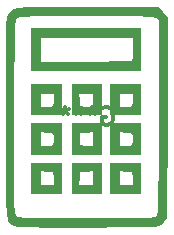
<source format=gbr>
%TF.GenerationSoftware,KiCad,Pcbnew,7.0.6*%
%TF.CreationDate,2023-09-30T16:03:16+02:00*%
%TF.ProjectId,bc546b-astable-multivibrator,62633534-3662-42d6-9173-7461626c652d,0*%
%TF.SameCoordinates,Original*%
%TF.FileFunction,Legend,Bot*%
%TF.FilePolarity,Positive*%
%FSLAX46Y46*%
G04 Gerber Fmt 4.6, Leading zero omitted, Abs format (unit mm)*
G04 Created by KiCad (PCBNEW 7.0.6) date 2023-09-30 16:03:16*
%MOMM*%
%LPD*%
G01*
G04 APERTURE LIST*
%ADD10C,0.300000*%
G04 APERTURE END LIST*
D10*
X98821427Y-68049757D02*
X98964285Y-67978328D01*
X98964285Y-67978328D02*
X99178570Y-67978328D01*
X99178570Y-67978328D02*
X99392856Y-68049757D01*
X99392856Y-68049757D02*
X99535713Y-68192614D01*
X99535713Y-68192614D02*
X99607142Y-68335471D01*
X99607142Y-68335471D02*
X99678570Y-68621185D01*
X99678570Y-68621185D02*
X99678570Y-68835471D01*
X99678570Y-68835471D02*
X99607142Y-69121185D01*
X99607142Y-69121185D02*
X99535713Y-69264042D01*
X99535713Y-69264042D02*
X99392856Y-69406900D01*
X99392856Y-69406900D02*
X99178570Y-69478328D01*
X99178570Y-69478328D02*
X99035713Y-69478328D01*
X99035713Y-69478328D02*
X98821427Y-69406900D01*
X98821427Y-69406900D02*
X98749999Y-69335471D01*
X98749999Y-69335471D02*
X98749999Y-68835471D01*
X98749999Y-68835471D02*
X99035713Y-68835471D01*
X97892856Y-67978328D02*
X97892856Y-68335471D01*
X98249999Y-68192614D02*
X97892856Y-68335471D01*
X97892856Y-68335471D02*
X97535713Y-68192614D01*
X98107142Y-68621185D02*
X97892856Y-68335471D01*
X97892856Y-68335471D02*
X97678570Y-68621185D01*
X96749999Y-67978328D02*
X96749999Y-68335471D01*
X97107142Y-68192614D02*
X96749999Y-68335471D01*
X96749999Y-68335471D02*
X96392856Y-68192614D01*
X96964285Y-68621185D02*
X96749999Y-68335471D01*
X96749999Y-68335471D02*
X96535713Y-68621185D01*
X95607142Y-67978328D02*
X95607142Y-68335471D01*
X95964285Y-68192614D02*
X95607142Y-68335471D01*
X95607142Y-68335471D02*
X95249999Y-68192614D01*
X95821428Y-68621185D02*
X95607142Y-68335471D01*
X95607142Y-68335471D02*
X95392856Y-68621185D01*
%TO.C,G\u002A\u002A\u002A*%
G36*
X102035714Y-75376786D02*
G01*
X100731696Y-75376786D01*
X99427679Y-75376786D01*
X99427679Y-74583036D01*
X100221429Y-74583036D01*
X100794606Y-74583036D01*
X101367783Y-74583036D01*
X101333222Y-74044420D01*
X101298661Y-73505804D01*
X100760045Y-73471242D01*
X100221429Y-73436681D01*
X100221429Y-74009858D01*
X100221429Y-74583036D01*
X99427679Y-74583036D01*
X99427679Y-74072768D01*
X99427679Y-72768750D01*
X100731696Y-72768750D01*
X102035714Y-72768750D01*
X102035714Y-74072768D01*
X102035714Y-74583036D01*
X102035714Y-75376786D01*
G37*
G36*
X98747321Y-74072768D02*
G01*
X98747321Y-75376786D01*
X97443304Y-75376786D01*
X96139286Y-75376786D01*
X96139286Y-74583036D01*
X96807217Y-74583036D01*
X97380394Y-74583036D01*
X97953571Y-74583036D01*
X97953571Y-74009858D01*
X97953571Y-73436681D01*
X97414955Y-73471242D01*
X96876339Y-73505804D01*
X96841778Y-74044420D01*
X96807217Y-74583036D01*
X96139286Y-74583036D01*
X96139286Y-74072768D01*
X96139286Y-72768750D01*
X97443304Y-72768750D01*
X98747321Y-72768750D01*
X98747321Y-73436681D01*
X98747321Y-74072768D01*
G37*
G36*
X98747321Y-70727679D02*
G01*
X98747321Y-72088393D01*
X97443304Y-72088393D01*
X96139286Y-72088393D01*
X96139286Y-71237946D01*
X96876339Y-71237946D01*
X97414955Y-71272508D01*
X97953571Y-71307069D01*
X97953571Y-70727679D01*
X97953571Y-70148288D01*
X97414955Y-70182849D01*
X96876339Y-70217411D01*
X96876339Y-70727679D01*
X96876339Y-71237946D01*
X96139286Y-71237946D01*
X96139286Y-70727679D01*
X96139286Y-69366964D01*
X97443304Y-69366964D01*
X98747321Y-69366964D01*
X98747321Y-70148288D01*
X98747321Y-70727679D01*
G37*
G36*
X98747321Y-67382589D02*
G01*
X98747321Y-68686607D01*
X97443304Y-68686607D01*
X96139286Y-68686607D01*
X96139286Y-67382589D01*
X96139286Y-66872321D01*
X96807217Y-66872321D01*
X96841778Y-67410937D01*
X96876339Y-67949554D01*
X97414955Y-67984115D01*
X97953571Y-68018676D01*
X97953571Y-67445499D01*
X97953571Y-66872321D01*
X97380394Y-66872321D01*
X96807217Y-66872321D01*
X96139286Y-66872321D01*
X96139286Y-66078571D01*
X97443304Y-66078571D01*
X98747321Y-66078571D01*
X98747321Y-66872321D01*
X98747321Y-67382589D01*
G37*
G36*
X95345536Y-75376786D02*
G01*
X94041518Y-75376786D01*
X92737500Y-75376786D01*
X92737500Y-74583036D01*
X93531250Y-74583036D01*
X94104427Y-74583036D01*
X94677605Y-74583036D01*
X94643043Y-74044420D01*
X94608482Y-73505804D01*
X94069866Y-73471242D01*
X93531250Y-73436681D01*
X93531250Y-74009858D01*
X93531250Y-74583036D01*
X92737500Y-74583036D01*
X92737500Y-74072768D01*
X92737500Y-72768750D01*
X94041518Y-72768750D01*
X95345536Y-72768750D01*
X95345536Y-74072768D01*
X95345536Y-74583036D01*
X95345536Y-75376786D01*
G37*
G36*
X102035714Y-72088393D02*
G01*
X100731696Y-72088393D01*
X99427679Y-72088393D01*
X99427679Y-71294643D01*
X100221429Y-71294643D01*
X100735255Y-71294643D01*
X101011046Y-71281080D01*
X101248943Y-71192485D01*
X101343436Y-70980068D01*
X101334998Y-70596732D01*
X101315163Y-70434585D01*
X101249792Y-70282275D01*
X101086143Y-70213761D01*
X100760045Y-70182849D01*
X100221429Y-70148288D01*
X100221429Y-70721466D01*
X100221429Y-71294643D01*
X99427679Y-71294643D01*
X99427679Y-70727679D01*
X99427679Y-69366964D01*
X100731696Y-69366964D01*
X102035714Y-69366964D01*
X102035714Y-70727679D01*
X102035714Y-70980068D01*
X102035714Y-72088393D01*
G37*
G36*
X102035714Y-67382589D02*
G01*
X102035714Y-68686607D01*
X100731696Y-68686607D01*
X99427679Y-68686607D01*
X99427679Y-68006250D01*
X100221429Y-68006250D01*
X100712798Y-68006250D01*
X100839652Y-68003781D01*
X101128743Y-67977134D01*
X101279762Y-67930655D01*
X101298898Y-67895468D01*
X101339274Y-67681888D01*
X101355357Y-67363690D01*
X101355357Y-66872321D01*
X100788393Y-66872321D01*
X100221429Y-66872321D01*
X100221429Y-67439286D01*
X100221429Y-68006250D01*
X99427679Y-68006250D01*
X99427679Y-67382589D01*
X99427679Y-66078571D01*
X100731696Y-66078571D01*
X102035714Y-66078571D01*
X102035714Y-66872321D01*
X102035714Y-67382589D01*
G37*
G36*
X95345536Y-72088393D02*
G01*
X94041518Y-72088393D01*
X92737500Y-72088393D01*
X92737500Y-71294643D01*
X93531250Y-71294643D01*
X94045077Y-71294643D01*
X94320867Y-71281080D01*
X94558764Y-71192485D01*
X94653258Y-70980068D01*
X94644820Y-70596732D01*
X94624984Y-70434585D01*
X94559613Y-70282275D01*
X94395965Y-70213761D01*
X94069866Y-70182849D01*
X93531250Y-70148288D01*
X93531250Y-70721466D01*
X93531250Y-71294643D01*
X92737500Y-71294643D01*
X92737500Y-70727679D01*
X92737500Y-69366964D01*
X94041518Y-69366964D01*
X95345536Y-69366964D01*
X95345536Y-70727679D01*
X95345536Y-70980068D01*
X95345536Y-72088393D01*
G37*
G36*
X95345536Y-67382589D02*
G01*
X95345536Y-68686607D01*
X94041518Y-68686607D01*
X92737500Y-68686607D01*
X92737500Y-68006250D01*
X93531250Y-68006250D01*
X94022619Y-68006250D01*
X94149474Y-68003781D01*
X94438565Y-67977134D01*
X94589583Y-67930655D01*
X94608720Y-67895468D01*
X94649096Y-67681888D01*
X94665179Y-67363690D01*
X94665179Y-66872321D01*
X94098214Y-66872321D01*
X93531250Y-66872321D01*
X93531250Y-67439286D01*
X93531250Y-68006250D01*
X92737500Y-68006250D01*
X92737500Y-67382589D01*
X92737500Y-66078571D01*
X94041518Y-66078571D01*
X95345536Y-66078571D01*
X95345536Y-66872321D01*
X95345536Y-67382589D01*
G37*
G36*
X102035714Y-63130357D02*
G01*
X102035714Y-64944643D01*
X97386607Y-64944643D01*
X92737500Y-64944643D01*
X92737500Y-64150893D01*
X93531250Y-64150893D01*
X97367708Y-64150893D01*
X98051088Y-64149688D01*
X98910592Y-64144528D01*
X99677259Y-64135783D01*
X100324298Y-64123969D01*
X100824921Y-64109606D01*
X101152339Y-64093209D01*
X101279762Y-64075298D01*
X101291694Y-64051524D01*
X101324182Y-63849320D01*
X101346843Y-63497623D01*
X101355357Y-63054762D01*
X101355357Y-62109821D01*
X97443304Y-62109821D01*
X93531250Y-62109821D01*
X93531250Y-63130357D01*
X93531250Y-64150893D01*
X92737500Y-64150893D01*
X92737500Y-63130357D01*
X92737500Y-61316071D01*
X97386607Y-61316071D01*
X102035714Y-61316071D01*
X102035714Y-62109821D01*
X102035714Y-63130357D01*
G37*
G36*
X104277334Y-68904934D02*
G01*
X104246875Y-77399664D01*
X103963393Y-77704643D01*
X103942470Y-77726768D01*
X103684422Y-77957014D01*
X103453125Y-78103427D01*
X103431041Y-78108743D01*
X103215487Y-78126870D01*
X102801836Y-78143981D01*
X102212400Y-78159702D01*
X101469489Y-78173661D01*
X100595414Y-78185485D01*
X99612488Y-78194801D01*
X98543021Y-78201237D01*
X97409324Y-78204420D01*
X96949424Y-78204908D01*
X95692691Y-78205083D01*
X94638187Y-78202904D01*
X93767432Y-78197884D01*
X93061943Y-78189533D01*
X92503238Y-78177363D01*
X92072838Y-78160888D01*
X91752260Y-78139619D01*
X91523023Y-78113067D01*
X91366645Y-78080745D01*
X91264645Y-78042165D01*
X91240879Y-78030052D01*
X91118677Y-77970879D01*
X91012580Y-77914489D01*
X90921455Y-77845578D01*
X90844166Y-77748841D01*
X90779580Y-77608973D01*
X90726561Y-77410671D01*
X90683977Y-77138630D01*
X90650691Y-76777545D01*
X90625569Y-76312112D01*
X90607478Y-75727027D01*
X90595283Y-75006984D01*
X90587849Y-74136680D01*
X90584997Y-73360871D01*
X91276109Y-73360871D01*
X91276643Y-74247101D01*
X91279797Y-74978103D01*
X91285949Y-75569737D01*
X91295471Y-76037864D01*
X91308739Y-76398345D01*
X91326127Y-76667041D01*
X91348010Y-76859814D01*
X91374763Y-76992523D01*
X91406761Y-77081029D01*
X91444377Y-77141195D01*
X91487988Y-77188880D01*
X91544980Y-77240109D01*
X91617836Y-77283301D01*
X91725429Y-77318865D01*
X91886964Y-77347541D01*
X92121645Y-77370069D01*
X92448678Y-77387191D01*
X92887267Y-77399647D01*
X93456618Y-77408178D01*
X94175934Y-77413523D01*
X95064422Y-77416425D01*
X96141285Y-77417622D01*
X97425729Y-77417857D01*
X98177306Y-77417754D01*
X99345257Y-77416790D01*
X100316135Y-77414256D01*
X101108949Y-77409483D01*
X101742707Y-77401803D01*
X102236418Y-77390548D01*
X102609090Y-77375048D01*
X102879731Y-77354636D01*
X103067350Y-77328642D01*
X103190955Y-77296399D01*
X103269555Y-77257238D01*
X103322158Y-77210491D01*
X103334143Y-77195922D01*
X103368518Y-77132082D01*
X103398135Y-77028824D01*
X103423343Y-76870535D01*
X103444492Y-76641601D01*
X103461931Y-76326408D01*
X103476009Y-75909341D01*
X103487077Y-75374787D01*
X103495483Y-74707132D01*
X103501576Y-73890762D01*
X103505708Y-72910062D01*
X103508226Y-71749420D01*
X103509481Y-70393220D01*
X103509822Y-68825849D01*
X103509822Y-60648574D01*
X103257805Y-60472055D01*
X103223453Y-60451474D01*
X103122096Y-60414191D01*
X102963800Y-60383240D01*
X102729693Y-60358053D01*
X102400905Y-60338065D01*
X101958563Y-60322707D01*
X101383796Y-60311413D01*
X100657733Y-60303616D01*
X99761501Y-60298749D01*
X98676231Y-60296244D01*
X97383049Y-60295536D01*
X96213490Y-60296244D01*
X95090368Y-60299043D01*
X94160145Y-60304437D01*
X93404852Y-60312922D01*
X92806516Y-60324993D01*
X92347166Y-60341144D01*
X92008830Y-60361871D01*
X91773539Y-60387668D01*
X91623319Y-60419031D01*
X91540200Y-60456454D01*
X91528051Y-60465647D01*
X91487666Y-60505718D01*
X91452765Y-60568201D01*
X91422875Y-60668819D01*
X91397523Y-60823291D01*
X91376236Y-61047340D01*
X91358541Y-61356685D01*
X91343965Y-61767048D01*
X91332036Y-62294150D01*
X91322280Y-62953711D01*
X91314225Y-63761452D01*
X91307397Y-64733095D01*
X91301324Y-65884359D01*
X91295532Y-67230967D01*
X91289550Y-68788638D01*
X91286493Y-69612198D01*
X91281409Y-71059280D01*
X91277823Y-72303551D01*
X91276109Y-73360871D01*
X90584997Y-73360871D01*
X90584041Y-73100809D01*
X90582726Y-71884069D01*
X90582769Y-70471153D01*
X90583036Y-68846758D01*
X90583082Y-67843318D01*
X90583524Y-66381654D01*
X90584766Y-65121586D01*
X90587204Y-64047501D01*
X90591232Y-63143790D01*
X90597247Y-62394839D01*
X90605643Y-61785039D01*
X90616816Y-61298778D01*
X90631160Y-60920444D01*
X90649072Y-60634427D01*
X90670947Y-60425115D01*
X90697179Y-60276897D01*
X90728165Y-60174161D01*
X90764300Y-60101298D01*
X90805978Y-60042694D01*
X90889555Y-59939716D01*
X90989070Y-59838081D01*
X91109821Y-59753403D01*
X91270492Y-59684264D01*
X91489770Y-59629244D01*
X91786342Y-59586925D01*
X92178893Y-59555888D01*
X92686109Y-59534715D01*
X93326677Y-59521986D01*
X94119282Y-59516282D01*
X95082611Y-59516186D01*
X96235349Y-59520279D01*
X97596183Y-59527140D01*
X103527373Y-59558482D01*
X103917583Y-59984343D01*
X104307793Y-60410205D01*
X104277618Y-68825849D01*
X104277334Y-68904934D01*
G37*
%TD*%
M02*

</source>
